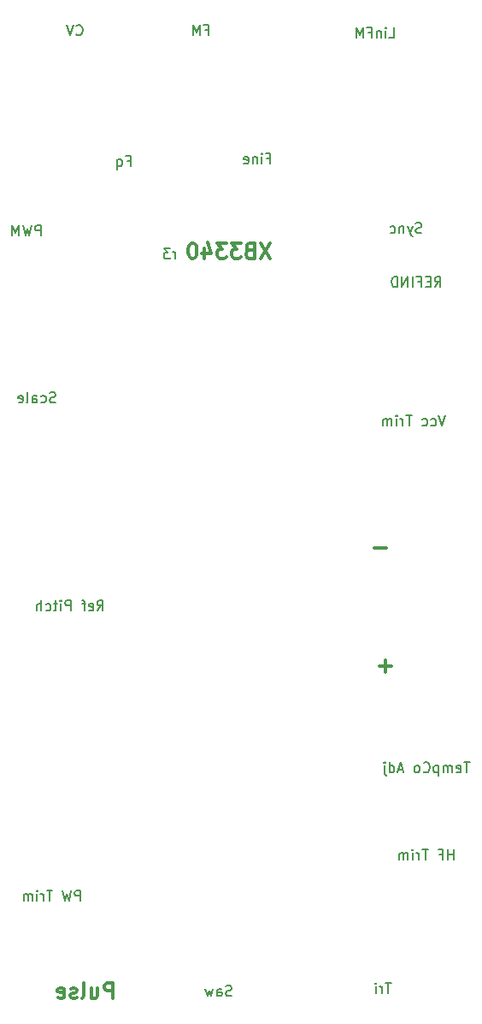
<source format=gbr>
G04 #@! TF.GenerationSoftware,KiCad,Pcbnew,(5.1.0)-1*
G04 #@! TF.CreationDate,2019-04-22T00:57:04-04:00*
G04 #@! TF.ProjectId,cem3340-module_REDDIT,63656d33-3334-4302-9d6d-6f64756c655f,rev?*
G04 #@! TF.SameCoordinates,Original*
G04 #@! TF.FileFunction,Legend,Bot*
G04 #@! TF.FilePolarity,Positive*
%FSLAX46Y46*%
G04 Gerber Fmt 4.6, Leading zero omitted, Abs format (unit mm)*
G04 Created by KiCad (PCBNEW (5.1.0)-1) date 2019-04-22 00:57:04*
%MOMM*%
%LPD*%
G04 APERTURE LIST*
%ADD10C,0.150000*%
%ADD11C,0.300000*%
G04 APERTURE END LIST*
D10*
X209335619Y-75636380D02*
X209335619Y-74969714D01*
X209335619Y-75160190D02*
X209288000Y-75064952D01*
X209240380Y-75017333D01*
X209145142Y-74969714D01*
X209049904Y-74969714D01*
X208811809Y-74636380D02*
X208192761Y-74636380D01*
X208526095Y-75017333D01*
X208383238Y-75017333D01*
X208288000Y-75064952D01*
X208240380Y-75112571D01*
X208192761Y-75207809D01*
X208192761Y-75445904D01*
X208240380Y-75541142D01*
X208288000Y-75588761D01*
X208383238Y-75636380D01*
X208668952Y-75636380D01*
X208764190Y-75588761D01*
X208811809Y-75541142D01*
D11*
X218737142Y-74108571D02*
X217737142Y-75608571D01*
X217737142Y-74108571D02*
X218737142Y-75608571D01*
X216665714Y-74822857D02*
X216451428Y-74894285D01*
X216380000Y-74965714D01*
X216308571Y-75108571D01*
X216308571Y-75322857D01*
X216380000Y-75465714D01*
X216451428Y-75537142D01*
X216594285Y-75608571D01*
X217165714Y-75608571D01*
X217165714Y-74108571D01*
X216665714Y-74108571D01*
X216522857Y-74180000D01*
X216451428Y-74251428D01*
X216380000Y-74394285D01*
X216380000Y-74537142D01*
X216451428Y-74680000D01*
X216522857Y-74751428D01*
X216665714Y-74822857D01*
X217165714Y-74822857D01*
X215808571Y-74108571D02*
X214880000Y-74108571D01*
X215380000Y-74680000D01*
X215165714Y-74680000D01*
X215022857Y-74751428D01*
X214951428Y-74822857D01*
X214880000Y-74965714D01*
X214880000Y-75322857D01*
X214951428Y-75465714D01*
X215022857Y-75537142D01*
X215165714Y-75608571D01*
X215594285Y-75608571D01*
X215737142Y-75537142D01*
X215808571Y-75465714D01*
X214380000Y-74108571D02*
X213451428Y-74108571D01*
X213951428Y-74680000D01*
X213737142Y-74680000D01*
X213594285Y-74751428D01*
X213522857Y-74822857D01*
X213451428Y-74965714D01*
X213451428Y-75322857D01*
X213522857Y-75465714D01*
X213594285Y-75537142D01*
X213737142Y-75608571D01*
X214165714Y-75608571D01*
X214308571Y-75537142D01*
X214380000Y-75465714D01*
X212165714Y-74608571D02*
X212165714Y-75608571D01*
X212522857Y-74037142D02*
X212880000Y-75108571D01*
X211951428Y-75108571D01*
X211094285Y-74108571D02*
X210951428Y-74108571D01*
X210808571Y-74180000D01*
X210737142Y-74251428D01*
X210665714Y-74394285D01*
X210594285Y-74680000D01*
X210594285Y-75037142D01*
X210665714Y-75322857D01*
X210737142Y-75465714D01*
X210808571Y-75537142D01*
X210951428Y-75608571D01*
X211094285Y-75608571D01*
X211237142Y-75537142D01*
X211308571Y-75465714D01*
X211380000Y-75322857D01*
X211451428Y-75037142D01*
X211451428Y-74680000D01*
X211380000Y-74394285D01*
X211308571Y-74251428D01*
X211237142Y-74180000D01*
X211094285Y-74108571D01*
D10*
X201572476Y-110434380D02*
X201905809Y-109958190D01*
X202143904Y-110434380D02*
X202143904Y-109434380D01*
X201762952Y-109434380D01*
X201667714Y-109482000D01*
X201620095Y-109529619D01*
X201572476Y-109624857D01*
X201572476Y-109767714D01*
X201620095Y-109862952D01*
X201667714Y-109910571D01*
X201762952Y-109958190D01*
X202143904Y-109958190D01*
X200762952Y-110386761D02*
X200858190Y-110434380D01*
X201048666Y-110434380D01*
X201143904Y-110386761D01*
X201191523Y-110291523D01*
X201191523Y-109910571D01*
X201143904Y-109815333D01*
X201048666Y-109767714D01*
X200858190Y-109767714D01*
X200762952Y-109815333D01*
X200715333Y-109910571D01*
X200715333Y-110005809D01*
X201191523Y-110101047D01*
X200429619Y-109767714D02*
X200048666Y-109767714D01*
X200286761Y-110434380D02*
X200286761Y-109577238D01*
X200239142Y-109482000D01*
X200143904Y-109434380D01*
X200048666Y-109434380D01*
X198953428Y-110434380D02*
X198953428Y-109434380D01*
X198572476Y-109434380D01*
X198477238Y-109482000D01*
X198429619Y-109529619D01*
X198382000Y-109624857D01*
X198382000Y-109767714D01*
X198429619Y-109862952D01*
X198477238Y-109910571D01*
X198572476Y-109958190D01*
X198953428Y-109958190D01*
X197953428Y-110434380D02*
X197953428Y-109767714D01*
X197953428Y-109434380D02*
X198001047Y-109482000D01*
X197953428Y-109529619D01*
X197905809Y-109482000D01*
X197953428Y-109434380D01*
X197953428Y-109529619D01*
X197620095Y-109767714D02*
X197239142Y-109767714D01*
X197477238Y-109434380D02*
X197477238Y-110291523D01*
X197429619Y-110386761D01*
X197334380Y-110434380D01*
X197239142Y-110434380D01*
X196477238Y-110386761D02*
X196572476Y-110434380D01*
X196762952Y-110434380D01*
X196858190Y-110386761D01*
X196905809Y-110339142D01*
X196953428Y-110243904D01*
X196953428Y-109958190D01*
X196905809Y-109862952D01*
X196858190Y-109815333D01*
X196762952Y-109767714D01*
X196572476Y-109767714D01*
X196477238Y-109815333D01*
X196048666Y-110434380D02*
X196048666Y-109434380D01*
X195620095Y-110434380D02*
X195620095Y-109910571D01*
X195667714Y-109815333D01*
X195762952Y-109767714D01*
X195905809Y-109767714D01*
X196001047Y-109815333D01*
X196048666Y-109862952D01*
X199913523Y-139136380D02*
X199913523Y-138136380D01*
X199532571Y-138136380D01*
X199437333Y-138184000D01*
X199389714Y-138231619D01*
X199342095Y-138326857D01*
X199342095Y-138469714D01*
X199389714Y-138564952D01*
X199437333Y-138612571D01*
X199532571Y-138660190D01*
X199913523Y-138660190D01*
X199008761Y-138136380D02*
X198770666Y-139136380D01*
X198580190Y-138422095D01*
X198389714Y-139136380D01*
X198151619Y-138136380D01*
X197151619Y-138136380D02*
X196580190Y-138136380D01*
X196865904Y-139136380D02*
X196865904Y-138136380D01*
X196246857Y-139136380D02*
X196246857Y-138469714D01*
X196246857Y-138660190D02*
X196199238Y-138564952D01*
X196151619Y-138517333D01*
X196056380Y-138469714D01*
X195961142Y-138469714D01*
X195627809Y-139136380D02*
X195627809Y-138469714D01*
X195627809Y-138136380D02*
X195675428Y-138184000D01*
X195627809Y-138231619D01*
X195580190Y-138184000D01*
X195627809Y-138136380D01*
X195627809Y-138231619D01*
X195151619Y-139136380D02*
X195151619Y-138469714D01*
X195151619Y-138564952D02*
X195104000Y-138517333D01*
X195008761Y-138469714D01*
X194865904Y-138469714D01*
X194770666Y-138517333D01*
X194723047Y-138612571D01*
X194723047Y-139136380D01*
X194723047Y-138612571D02*
X194675428Y-138517333D01*
X194580190Y-138469714D01*
X194437333Y-138469714D01*
X194342095Y-138517333D01*
X194294476Y-138612571D01*
X194294476Y-139136380D01*
X236878476Y-135072380D02*
X236878476Y-134072380D01*
X236878476Y-134548571D02*
X236307047Y-134548571D01*
X236307047Y-135072380D02*
X236307047Y-134072380D01*
X235497523Y-134548571D02*
X235830857Y-134548571D01*
X235830857Y-135072380D02*
X235830857Y-134072380D01*
X235354666Y-134072380D01*
X234354666Y-134072380D02*
X233783238Y-134072380D01*
X234068952Y-135072380D02*
X234068952Y-134072380D01*
X233449904Y-135072380D02*
X233449904Y-134405714D01*
X233449904Y-134596190D02*
X233402285Y-134500952D01*
X233354666Y-134453333D01*
X233259428Y-134405714D01*
X233164190Y-134405714D01*
X232830857Y-135072380D02*
X232830857Y-134405714D01*
X232830857Y-134072380D02*
X232878476Y-134120000D01*
X232830857Y-134167619D01*
X232783238Y-134120000D01*
X232830857Y-134072380D01*
X232830857Y-134167619D01*
X232354666Y-135072380D02*
X232354666Y-134405714D01*
X232354666Y-134500952D02*
X232307047Y-134453333D01*
X232211809Y-134405714D01*
X232068952Y-134405714D01*
X231973714Y-134453333D01*
X231926095Y-134548571D01*
X231926095Y-135072380D01*
X231926095Y-134548571D02*
X231878476Y-134453333D01*
X231783238Y-134405714D01*
X231640380Y-134405714D01*
X231545142Y-134453333D01*
X231497523Y-134548571D01*
X231497523Y-135072380D01*
X238473714Y-125436380D02*
X237902285Y-125436380D01*
X238188000Y-126436380D02*
X238188000Y-125436380D01*
X237188000Y-126388761D02*
X237283238Y-126436380D01*
X237473714Y-126436380D01*
X237568952Y-126388761D01*
X237616571Y-126293523D01*
X237616571Y-125912571D01*
X237568952Y-125817333D01*
X237473714Y-125769714D01*
X237283238Y-125769714D01*
X237188000Y-125817333D01*
X237140380Y-125912571D01*
X237140380Y-126007809D01*
X237616571Y-126103047D01*
X236711809Y-126436380D02*
X236711809Y-125769714D01*
X236711809Y-125864952D02*
X236664190Y-125817333D01*
X236568952Y-125769714D01*
X236426095Y-125769714D01*
X236330857Y-125817333D01*
X236283238Y-125912571D01*
X236283238Y-126436380D01*
X236283238Y-125912571D02*
X236235619Y-125817333D01*
X236140380Y-125769714D01*
X235997523Y-125769714D01*
X235902285Y-125817333D01*
X235854666Y-125912571D01*
X235854666Y-126436380D01*
X235378476Y-125769714D02*
X235378476Y-126769714D01*
X235378476Y-125817333D02*
X235283238Y-125769714D01*
X235092761Y-125769714D01*
X234997523Y-125817333D01*
X234949904Y-125864952D01*
X234902285Y-125960190D01*
X234902285Y-126245904D01*
X234949904Y-126341142D01*
X234997523Y-126388761D01*
X235092761Y-126436380D01*
X235283238Y-126436380D01*
X235378476Y-126388761D01*
X233902285Y-126341142D02*
X233949904Y-126388761D01*
X234092761Y-126436380D01*
X234188000Y-126436380D01*
X234330857Y-126388761D01*
X234426095Y-126293523D01*
X234473714Y-126198285D01*
X234521333Y-126007809D01*
X234521333Y-125864952D01*
X234473714Y-125674476D01*
X234426095Y-125579238D01*
X234330857Y-125484000D01*
X234188000Y-125436380D01*
X234092761Y-125436380D01*
X233949904Y-125484000D01*
X233902285Y-125531619D01*
X233330857Y-126436380D02*
X233426095Y-126388761D01*
X233473714Y-126341142D01*
X233521333Y-126245904D01*
X233521333Y-125960190D01*
X233473714Y-125864952D01*
X233426095Y-125817333D01*
X233330857Y-125769714D01*
X233188000Y-125769714D01*
X233092761Y-125817333D01*
X233045142Y-125864952D01*
X232997523Y-125960190D01*
X232997523Y-126245904D01*
X233045142Y-126341142D01*
X233092761Y-126388761D01*
X233188000Y-126436380D01*
X233330857Y-126436380D01*
X231854666Y-126150666D02*
X231378476Y-126150666D01*
X231949904Y-126436380D02*
X231616571Y-125436380D01*
X231283238Y-126436380D01*
X230521333Y-126436380D02*
X230521333Y-125436380D01*
X230521333Y-126388761D02*
X230616571Y-126436380D01*
X230807047Y-126436380D01*
X230902285Y-126388761D01*
X230949904Y-126341142D01*
X230997523Y-126245904D01*
X230997523Y-125960190D01*
X230949904Y-125864952D01*
X230902285Y-125817333D01*
X230807047Y-125769714D01*
X230616571Y-125769714D01*
X230521333Y-125817333D01*
X230045142Y-125769714D02*
X230045142Y-126626857D01*
X230092761Y-126722095D01*
X230188000Y-126769714D01*
X230235619Y-126769714D01*
X230045142Y-125436380D02*
X230092761Y-125484000D01*
X230045142Y-125531619D01*
X229997523Y-125484000D01*
X230045142Y-125436380D01*
X230045142Y-125531619D01*
X236084666Y-91146380D02*
X235751333Y-92146380D01*
X235417999Y-91146380D01*
X234656095Y-92098761D02*
X234751333Y-92146380D01*
X234941809Y-92146380D01*
X235037047Y-92098761D01*
X235084666Y-92051142D01*
X235132285Y-91955904D01*
X235132285Y-91670190D01*
X235084666Y-91574952D01*
X235037047Y-91527333D01*
X234941809Y-91479714D01*
X234751333Y-91479714D01*
X234656095Y-91527333D01*
X233798952Y-92098761D02*
X233894190Y-92146380D01*
X234084666Y-92146380D01*
X234179904Y-92098761D01*
X234227523Y-92051142D01*
X234275142Y-91955904D01*
X234275142Y-91670190D01*
X234227523Y-91574952D01*
X234179904Y-91527333D01*
X234084666Y-91479714D01*
X233894190Y-91479714D01*
X233798952Y-91527333D01*
X232751333Y-91146380D02*
X232179904Y-91146380D01*
X232465619Y-92146380D02*
X232465619Y-91146380D01*
X231846571Y-92146380D02*
X231846571Y-91479714D01*
X231846571Y-91670190D02*
X231798952Y-91574952D01*
X231751333Y-91527333D01*
X231656095Y-91479714D01*
X231560857Y-91479714D01*
X231227523Y-92146380D02*
X231227523Y-91479714D01*
X231227523Y-91146380D02*
X231275142Y-91194000D01*
X231227523Y-91241619D01*
X231179904Y-91194000D01*
X231227523Y-91146380D01*
X231227523Y-91241619D01*
X230751333Y-92146380D02*
X230751333Y-91479714D01*
X230751333Y-91574952D02*
X230703714Y-91527333D01*
X230608476Y-91479714D01*
X230465619Y-91479714D01*
X230370380Y-91527333D01*
X230322761Y-91622571D01*
X230322761Y-92146380D01*
X230322761Y-91622571D02*
X230275142Y-91527333D01*
X230179904Y-91479714D01*
X230037047Y-91479714D01*
X229941809Y-91527333D01*
X229894190Y-91622571D01*
X229894190Y-92146380D01*
X197437142Y-89812761D02*
X197294285Y-89860380D01*
X197056190Y-89860380D01*
X196960952Y-89812761D01*
X196913333Y-89765142D01*
X196865714Y-89669904D01*
X196865714Y-89574666D01*
X196913333Y-89479428D01*
X196960952Y-89431809D01*
X197056190Y-89384190D01*
X197246666Y-89336571D01*
X197341904Y-89288952D01*
X197389523Y-89241333D01*
X197437142Y-89146095D01*
X197437142Y-89050857D01*
X197389523Y-88955619D01*
X197341904Y-88908000D01*
X197246666Y-88860380D01*
X197008571Y-88860380D01*
X196865714Y-88908000D01*
X196008571Y-89812761D02*
X196103809Y-89860380D01*
X196294285Y-89860380D01*
X196389523Y-89812761D01*
X196437142Y-89765142D01*
X196484761Y-89669904D01*
X196484761Y-89384190D01*
X196437142Y-89288952D01*
X196389523Y-89241333D01*
X196294285Y-89193714D01*
X196103809Y-89193714D01*
X196008571Y-89241333D01*
X195151428Y-89860380D02*
X195151428Y-89336571D01*
X195199047Y-89241333D01*
X195294285Y-89193714D01*
X195484761Y-89193714D01*
X195580000Y-89241333D01*
X195151428Y-89812761D02*
X195246666Y-89860380D01*
X195484761Y-89860380D01*
X195580000Y-89812761D01*
X195627619Y-89717523D01*
X195627619Y-89622285D01*
X195580000Y-89527047D01*
X195484761Y-89479428D01*
X195246666Y-89479428D01*
X195151428Y-89431809D01*
X194532380Y-89860380D02*
X194627619Y-89812761D01*
X194675238Y-89717523D01*
X194675238Y-88860380D01*
X193770476Y-89812761D02*
X193865714Y-89860380D01*
X194056190Y-89860380D01*
X194151428Y-89812761D01*
X194199047Y-89717523D01*
X194199047Y-89336571D01*
X194151428Y-89241333D01*
X194056190Y-89193714D01*
X193865714Y-89193714D01*
X193770476Y-89241333D01*
X193722857Y-89336571D01*
X193722857Y-89431809D01*
X194199047Y-89527047D01*
X235005333Y-78430380D02*
X235338666Y-77954190D01*
X235576761Y-78430380D02*
X235576761Y-77430380D01*
X235195809Y-77430380D01*
X235100571Y-77478000D01*
X235052952Y-77525619D01*
X235005333Y-77620857D01*
X235005333Y-77763714D01*
X235052952Y-77858952D01*
X235100571Y-77906571D01*
X235195809Y-77954190D01*
X235576761Y-77954190D01*
X234576761Y-77906571D02*
X234243428Y-77906571D01*
X234100571Y-78430380D02*
X234576761Y-78430380D01*
X234576761Y-77430380D01*
X234100571Y-77430380D01*
X233338666Y-77906571D02*
X233672000Y-77906571D01*
X233672000Y-78430380D02*
X233672000Y-77430380D01*
X233195809Y-77430380D01*
X232814857Y-78430380D02*
X232814857Y-77430380D01*
X232338666Y-78430380D02*
X232338666Y-77430380D01*
X231767238Y-78430380D01*
X231767238Y-77430380D01*
X231291047Y-78430380D02*
X231291047Y-77430380D01*
X231052952Y-77430380D01*
X230910095Y-77478000D01*
X230814857Y-77573238D01*
X230767238Y-77668476D01*
X230719619Y-77858952D01*
X230719619Y-78001809D01*
X230767238Y-78192285D01*
X230814857Y-78287523D01*
X230910095Y-78382761D01*
X231052952Y-78430380D01*
X231291047Y-78430380D01*
X214875904Y-148486761D02*
X214733047Y-148534380D01*
X214494952Y-148534380D01*
X214399714Y-148486761D01*
X214352095Y-148439142D01*
X214304476Y-148343904D01*
X214304476Y-148248666D01*
X214352095Y-148153428D01*
X214399714Y-148105809D01*
X214494952Y-148058190D01*
X214685428Y-148010571D01*
X214780666Y-147962952D01*
X214828285Y-147915333D01*
X214875904Y-147820095D01*
X214875904Y-147724857D01*
X214828285Y-147629619D01*
X214780666Y-147582000D01*
X214685428Y-147534380D01*
X214447333Y-147534380D01*
X214304476Y-147582000D01*
X213447333Y-148534380D02*
X213447333Y-148010571D01*
X213494952Y-147915333D01*
X213590190Y-147867714D01*
X213780666Y-147867714D01*
X213875904Y-147915333D01*
X213447333Y-148486761D02*
X213542571Y-148534380D01*
X213780666Y-148534380D01*
X213875904Y-148486761D01*
X213923523Y-148391523D01*
X213923523Y-148296285D01*
X213875904Y-148201047D01*
X213780666Y-148153428D01*
X213542571Y-148153428D01*
X213447333Y-148105809D01*
X213066380Y-147867714D02*
X212875904Y-148534380D01*
X212685428Y-148058190D01*
X212494952Y-148534380D01*
X212304476Y-147867714D01*
D11*
X203120285Y-148760571D02*
X203120285Y-147260571D01*
X202548857Y-147260571D01*
X202406000Y-147332000D01*
X202334571Y-147403428D01*
X202263142Y-147546285D01*
X202263142Y-147760571D01*
X202334571Y-147903428D01*
X202406000Y-147974857D01*
X202548857Y-148046285D01*
X203120285Y-148046285D01*
X200977428Y-147760571D02*
X200977428Y-148760571D01*
X201620285Y-147760571D02*
X201620285Y-148546285D01*
X201548857Y-148689142D01*
X201406000Y-148760571D01*
X201191714Y-148760571D01*
X201048857Y-148689142D01*
X200977428Y-148617714D01*
X200048857Y-148760571D02*
X200191714Y-148689142D01*
X200263142Y-148546285D01*
X200263142Y-147260571D01*
X199548857Y-148689142D02*
X199406000Y-148760571D01*
X199120285Y-148760571D01*
X198977428Y-148689142D01*
X198906000Y-148546285D01*
X198906000Y-148474857D01*
X198977428Y-148332000D01*
X199120285Y-148260571D01*
X199334571Y-148260571D01*
X199477428Y-148189142D01*
X199548857Y-148046285D01*
X199548857Y-147974857D01*
X199477428Y-147832000D01*
X199334571Y-147760571D01*
X199120285Y-147760571D01*
X198977428Y-147832000D01*
X197691714Y-148689142D02*
X197834571Y-148760571D01*
X198120285Y-148760571D01*
X198263142Y-148689142D01*
X198334571Y-148546285D01*
X198334571Y-147974857D01*
X198263142Y-147832000D01*
X198120285Y-147760571D01*
X197834571Y-147760571D01*
X197691714Y-147832000D01*
X197620285Y-147974857D01*
X197620285Y-148117714D01*
X198334571Y-148260571D01*
D10*
X230703333Y-147280380D02*
X230131904Y-147280380D01*
X230417619Y-148280380D02*
X230417619Y-147280380D01*
X229798571Y-148280380D02*
X229798571Y-147613714D01*
X229798571Y-147804190D02*
X229750952Y-147708952D01*
X229703333Y-147661333D01*
X229608095Y-147613714D01*
X229512857Y-147613714D01*
X229179523Y-148280380D02*
X229179523Y-147613714D01*
X229179523Y-147280380D02*
X229227142Y-147328000D01*
X229179523Y-147375619D01*
X229131904Y-147328000D01*
X229179523Y-147280380D01*
X229179523Y-147375619D01*
X218400190Y-65714571D02*
X218733523Y-65714571D01*
X218733523Y-66238380D02*
X218733523Y-65238380D01*
X218257333Y-65238380D01*
X217876380Y-66238380D02*
X217876380Y-65571714D01*
X217876380Y-65238380D02*
X217924000Y-65286000D01*
X217876380Y-65333619D01*
X217828761Y-65286000D01*
X217876380Y-65238380D01*
X217876380Y-65333619D01*
X217400190Y-65571714D02*
X217400190Y-66238380D01*
X217400190Y-65666952D02*
X217352571Y-65619333D01*
X217257333Y-65571714D01*
X217114476Y-65571714D01*
X217019238Y-65619333D01*
X216971619Y-65714571D01*
X216971619Y-66238380D01*
X216114476Y-66190761D02*
X216209714Y-66238380D01*
X216400190Y-66238380D01*
X216495428Y-66190761D01*
X216543047Y-66095523D01*
X216543047Y-65714571D01*
X216495428Y-65619333D01*
X216400190Y-65571714D01*
X216209714Y-65571714D01*
X216114476Y-65619333D01*
X216066857Y-65714571D01*
X216066857Y-65809809D01*
X216543047Y-65905047D01*
X204525523Y-65968571D02*
X204858857Y-65968571D01*
X204858857Y-66492380D02*
X204858857Y-65492380D01*
X204382666Y-65492380D01*
X203573142Y-65825714D02*
X203573142Y-66825714D01*
X203573142Y-66444761D02*
X203668380Y-66492380D01*
X203858857Y-66492380D01*
X203954095Y-66444761D01*
X204001714Y-66397142D01*
X204049333Y-66301904D01*
X204049333Y-66016190D01*
X204001714Y-65920952D01*
X203954095Y-65873333D01*
X203858857Y-65825714D01*
X203668380Y-65825714D01*
X203573142Y-65873333D01*
X195968761Y-73350380D02*
X195968761Y-72350380D01*
X195587809Y-72350380D01*
X195492571Y-72398000D01*
X195444952Y-72445619D01*
X195397333Y-72540857D01*
X195397333Y-72683714D01*
X195444952Y-72778952D01*
X195492571Y-72826571D01*
X195587809Y-72874190D01*
X195968761Y-72874190D01*
X195064000Y-72350380D02*
X194825904Y-73350380D01*
X194635428Y-72636095D01*
X194444952Y-73350380D01*
X194206857Y-72350380D01*
X193825904Y-73350380D02*
X193825904Y-72350380D01*
X193492571Y-73064666D01*
X193159238Y-72350380D01*
X193159238Y-73350380D01*
X233703619Y-73048761D02*
X233560761Y-73096380D01*
X233322666Y-73096380D01*
X233227428Y-73048761D01*
X233179809Y-73001142D01*
X233132190Y-72905904D01*
X233132190Y-72810666D01*
X233179809Y-72715428D01*
X233227428Y-72667809D01*
X233322666Y-72620190D01*
X233513142Y-72572571D01*
X233608380Y-72524952D01*
X233656000Y-72477333D01*
X233703619Y-72382095D01*
X233703619Y-72286857D01*
X233656000Y-72191619D01*
X233608380Y-72144000D01*
X233513142Y-72096380D01*
X233275047Y-72096380D01*
X233132190Y-72144000D01*
X232798857Y-72429714D02*
X232560761Y-73096380D01*
X232322666Y-72429714D02*
X232560761Y-73096380D01*
X232656000Y-73334476D01*
X232703619Y-73382095D01*
X232798857Y-73429714D01*
X231941714Y-72429714D02*
X231941714Y-73096380D01*
X231941714Y-72524952D02*
X231894095Y-72477333D01*
X231798857Y-72429714D01*
X231656000Y-72429714D01*
X231560761Y-72477333D01*
X231513142Y-72572571D01*
X231513142Y-73096380D01*
X230608380Y-73048761D02*
X230703619Y-73096380D01*
X230894095Y-73096380D01*
X230989333Y-73048761D01*
X231036952Y-73001142D01*
X231084571Y-72905904D01*
X231084571Y-72620190D01*
X231036952Y-72524952D01*
X230989333Y-72477333D01*
X230894095Y-72429714D01*
X230703619Y-72429714D01*
X230608380Y-72477333D01*
X230488952Y-53792380D02*
X230965142Y-53792380D01*
X230965142Y-52792380D01*
X230155619Y-53792380D02*
X230155619Y-53125714D01*
X230155619Y-52792380D02*
X230203238Y-52840000D01*
X230155619Y-52887619D01*
X230108000Y-52840000D01*
X230155619Y-52792380D01*
X230155619Y-52887619D01*
X229679428Y-53125714D02*
X229679428Y-53792380D01*
X229679428Y-53220952D02*
X229631809Y-53173333D01*
X229536571Y-53125714D01*
X229393714Y-53125714D01*
X229298476Y-53173333D01*
X229250857Y-53268571D01*
X229250857Y-53792380D01*
X228441333Y-53268571D02*
X228774666Y-53268571D01*
X228774666Y-53792380D02*
X228774666Y-52792380D01*
X228298476Y-52792380D01*
X227917523Y-53792380D02*
X227917523Y-52792380D01*
X227584190Y-53506666D01*
X227250857Y-52792380D01*
X227250857Y-53792380D01*
X212264571Y-53014571D02*
X212597904Y-53014571D01*
X212597904Y-53538380D02*
X212597904Y-52538380D01*
X212121714Y-52538380D01*
X211740761Y-53538380D02*
X211740761Y-52538380D01*
X211407428Y-53252666D01*
X211074095Y-52538380D01*
X211074095Y-53538380D01*
X199509047Y-53443142D02*
X199556666Y-53490761D01*
X199699523Y-53538380D01*
X199794761Y-53538380D01*
X199937619Y-53490761D01*
X200032857Y-53395523D01*
X200080476Y-53300285D01*
X200128095Y-53109809D01*
X200128095Y-52966952D01*
X200080476Y-52776476D01*
X200032857Y-52681238D01*
X199937619Y-52586000D01*
X199794761Y-52538380D01*
X199699523Y-52538380D01*
X199556666Y-52586000D01*
X199509047Y-52633619D01*
X199223333Y-52538380D02*
X198890000Y-53538380D01*
X198556666Y-52538380D01*
D11*
X229552571Y-115931142D02*
X230695428Y-115931142D01*
X230124000Y-116502571D02*
X230124000Y-115359714D01*
X229044571Y-104247142D02*
X230187428Y-104247142D01*
M02*

</source>
